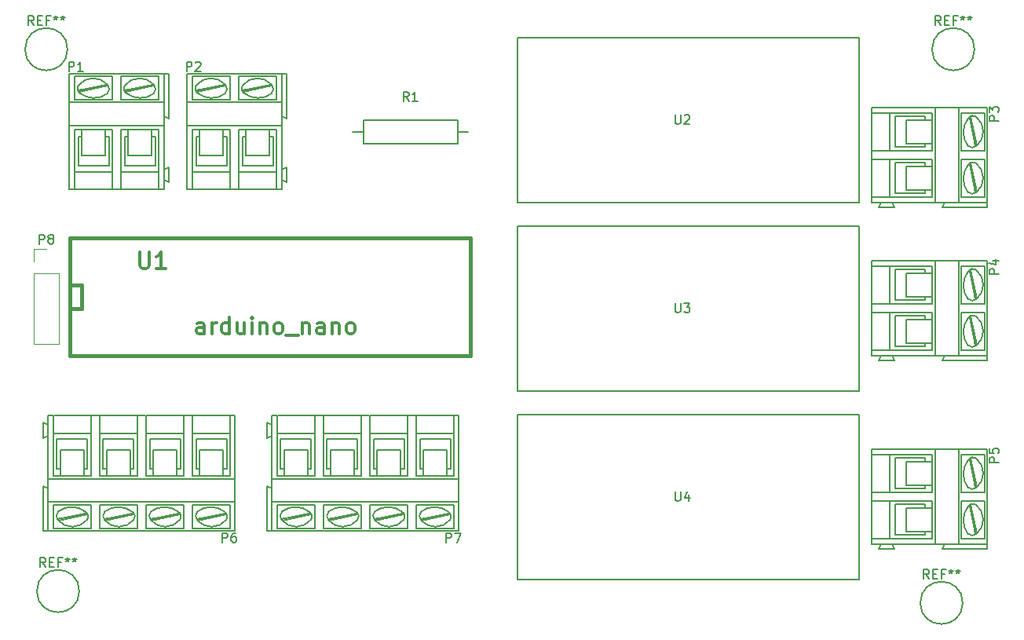
<source format=gbr>
G04 #@! TF.FileFunction,Legend,Top*
%FSLAX46Y46*%
G04 Gerber Fmt 4.6, Leading zero omitted, Abs format (unit mm)*
G04 Created by KiCad (PCBNEW 4.0.7) date 01/04/18 12:39:04*
%MOMM*%
%LPD*%
G01*
G04 APERTURE LIST*
%ADD10C,0.100000*%
%ADD11C,0.150000*%
%ADD12C,0.381000*%
%ADD13C,0.120000*%
%ADD14C,0.304800*%
G04 APERTURE END LIST*
D10*
D11*
X72390000Y-60960000D02*
X109220000Y-60960000D01*
X109220000Y-60960000D02*
X109220000Y-78740000D01*
X109220000Y-78740000D02*
X72390000Y-78740000D01*
X72390000Y-78740000D02*
X72390000Y-60960000D01*
X25410400Y-73660000D02*
X27950400Y-73660000D01*
X27950400Y-73660000D02*
X27950400Y-70866000D01*
X25410400Y-70866000D02*
X27950400Y-70866000D01*
X25410400Y-73660000D02*
X25410400Y-70866000D01*
X30414200Y-73660000D02*
X32954200Y-73660000D01*
X32954200Y-73660000D02*
X32954200Y-70866000D01*
X30414200Y-70866000D02*
X32954200Y-70866000D01*
X30414200Y-73660000D02*
X30414200Y-70866000D01*
X34275000Y-64897000D02*
X34275000Y-67945000D01*
X34275000Y-64897000D02*
X24090000Y-64897000D01*
X34275000Y-64897000D02*
X34783000Y-64897000D01*
X34783000Y-64897000D02*
X34783000Y-69723000D01*
X34783000Y-69723000D02*
X34275000Y-69469000D01*
X34783000Y-76581000D02*
X34275000Y-76327000D01*
X34275000Y-76327000D02*
X34275000Y-77343000D01*
X34783000Y-74930000D02*
X34275000Y-75184000D01*
X34275000Y-75184000D02*
X34275000Y-76327000D01*
X34783000Y-74930000D02*
X34783000Y-76581000D01*
X29652200Y-77343000D02*
X29652200Y-75438000D01*
X33716200Y-70866000D02*
X33716200Y-75438000D01*
X29652200Y-77343000D02*
X33716200Y-77343000D01*
X33716200Y-77343000D02*
X34275000Y-77343000D01*
X28712400Y-77343000D02*
X28712400Y-75438000D01*
X28712400Y-77343000D02*
X29652200Y-77343000D01*
X24648400Y-70866000D02*
X24648400Y-75438000D01*
X24090000Y-77343000D02*
X24648400Y-77343000D01*
X24648400Y-77343000D02*
X28712400Y-77343000D01*
X29652200Y-75438000D02*
X33716200Y-75438000D01*
X29652200Y-75438000D02*
X29652200Y-70866000D01*
X33716200Y-75438000D02*
X33716200Y-77343000D01*
X28712400Y-75438000D02*
X24648400Y-75438000D01*
X28712400Y-75438000D02*
X28712400Y-70866000D01*
X24648400Y-75438000D02*
X24648400Y-77343000D01*
X33335200Y-74803000D02*
X33335200Y-71628000D01*
X33335200Y-74803000D02*
X30033200Y-74803000D01*
X30033200Y-74803000D02*
X30033200Y-71628000D01*
X28331400Y-74803000D02*
X28331400Y-71628000D01*
X28331400Y-74803000D02*
X25029400Y-74803000D01*
X25029400Y-74803000D02*
X25029400Y-71628000D01*
X25029400Y-71628000D02*
X25410400Y-71628000D01*
X28331400Y-71628000D02*
X27950400Y-71628000D01*
X30033200Y-71628000D02*
X30414200Y-71628000D01*
X33335200Y-71628000D02*
X32954200Y-71628000D01*
X24090000Y-77343000D02*
X24090000Y-70485000D01*
X24090000Y-70485000D02*
X24090000Y-67945000D01*
X34275000Y-69469000D02*
X34275000Y-70485000D01*
X34275000Y-70485000D02*
X34275000Y-75184000D01*
X24090000Y-67945000D02*
X34275000Y-67945000D01*
X24090000Y-67945000D02*
X24090000Y-64897000D01*
X34275000Y-67945000D02*
X34275000Y-69469000D01*
X29652200Y-67691000D02*
X29652200Y-65151000D01*
X29652200Y-65151000D02*
X33716200Y-65151000D01*
X33716200Y-65151000D02*
X33716200Y-67691000D01*
X33716200Y-67691000D02*
X29652200Y-67691000D01*
X28712400Y-67691000D02*
X28712400Y-65151000D01*
X28712400Y-67691000D02*
X24648400Y-67691000D01*
X24648400Y-67691000D02*
X24648400Y-65151000D01*
X28712400Y-65151000D02*
X24648400Y-65151000D01*
X30058600Y-66675000D02*
X33106600Y-66040000D01*
X30185600Y-66802000D02*
X33233600Y-66167000D01*
X25054800Y-66675000D02*
X28105340Y-66040000D01*
X25181800Y-66802000D02*
X28229800Y-66167000D01*
X24648400Y-70866000D02*
X25029400Y-70866000D01*
X28712400Y-70866000D02*
X28331400Y-70866000D01*
X28331400Y-70866000D02*
X25029400Y-70866000D01*
X24090000Y-70485000D02*
X25029400Y-70485000D01*
X25029400Y-70485000D02*
X28331400Y-70485000D01*
X28331400Y-70485000D02*
X30033200Y-70485000D01*
X34275000Y-70485000D02*
X33335200Y-70485000D01*
X33335200Y-70485000D02*
X30033200Y-70485000D01*
X33716200Y-70866000D02*
X33335200Y-70866000D01*
X29652200Y-70866000D02*
X30033200Y-70866000D01*
X30033200Y-70866000D02*
X33335200Y-70866000D01*
X33152972Y-67034570D02*
G75*
G03X33205660Y-66067940I-452772J509430D01*
G01*
X30210272Y-66954896D02*
G75*
G03X33198040Y-67002660I1524728J1905496D01*
G01*
X33209411Y-66063156D02*
G75*
G03X30058600Y-66116200I-1553151J-1348444D01*
G01*
X30109903Y-66066519D02*
G75*
G03X30251640Y-66992500I431297J-407821D01*
G01*
X28149149Y-67037110D02*
G75*
G03X28204400Y-66067940I-452749J511970D01*
G01*
X25209012Y-66954896D02*
G75*
G03X28196780Y-67002660I1524728J1905496D01*
G01*
X28211573Y-66058153D02*
G75*
G03X25054800Y-66116200I-1554033J-1353447D01*
G01*
X25105480Y-66068981D02*
G75*
G03X25250380Y-66992500I431920J-405359D01*
G01*
X38110400Y-73660000D02*
X40650400Y-73660000D01*
X40650400Y-73660000D02*
X40650400Y-70866000D01*
X38110400Y-70866000D02*
X40650400Y-70866000D01*
X38110400Y-73660000D02*
X38110400Y-70866000D01*
X43114200Y-73660000D02*
X45654200Y-73660000D01*
X45654200Y-73660000D02*
X45654200Y-70866000D01*
X43114200Y-70866000D02*
X45654200Y-70866000D01*
X43114200Y-73660000D02*
X43114200Y-70866000D01*
X46975000Y-64897000D02*
X46975000Y-67945000D01*
X46975000Y-64897000D02*
X36790000Y-64897000D01*
X46975000Y-64897000D02*
X47483000Y-64897000D01*
X47483000Y-64897000D02*
X47483000Y-69723000D01*
X47483000Y-69723000D02*
X46975000Y-69469000D01*
X47483000Y-76581000D02*
X46975000Y-76327000D01*
X46975000Y-76327000D02*
X46975000Y-77343000D01*
X47483000Y-74930000D02*
X46975000Y-75184000D01*
X46975000Y-75184000D02*
X46975000Y-76327000D01*
X47483000Y-74930000D02*
X47483000Y-76581000D01*
X42352200Y-77343000D02*
X42352200Y-75438000D01*
X46416200Y-70866000D02*
X46416200Y-75438000D01*
X42352200Y-77343000D02*
X46416200Y-77343000D01*
X46416200Y-77343000D02*
X46975000Y-77343000D01*
X41412400Y-77343000D02*
X41412400Y-75438000D01*
X41412400Y-77343000D02*
X42352200Y-77343000D01*
X37348400Y-70866000D02*
X37348400Y-75438000D01*
X36790000Y-77343000D02*
X37348400Y-77343000D01*
X37348400Y-77343000D02*
X41412400Y-77343000D01*
X42352200Y-75438000D02*
X46416200Y-75438000D01*
X42352200Y-75438000D02*
X42352200Y-70866000D01*
X46416200Y-75438000D02*
X46416200Y-77343000D01*
X41412400Y-75438000D02*
X37348400Y-75438000D01*
X41412400Y-75438000D02*
X41412400Y-70866000D01*
X37348400Y-75438000D02*
X37348400Y-77343000D01*
X46035200Y-74803000D02*
X46035200Y-71628000D01*
X46035200Y-74803000D02*
X42733200Y-74803000D01*
X42733200Y-74803000D02*
X42733200Y-71628000D01*
X41031400Y-74803000D02*
X41031400Y-71628000D01*
X41031400Y-74803000D02*
X37729400Y-74803000D01*
X37729400Y-74803000D02*
X37729400Y-71628000D01*
X37729400Y-71628000D02*
X38110400Y-71628000D01*
X41031400Y-71628000D02*
X40650400Y-71628000D01*
X42733200Y-71628000D02*
X43114200Y-71628000D01*
X46035200Y-71628000D02*
X45654200Y-71628000D01*
X36790000Y-77343000D02*
X36790000Y-70485000D01*
X36790000Y-70485000D02*
X36790000Y-67945000D01*
X46975000Y-69469000D02*
X46975000Y-70485000D01*
X46975000Y-70485000D02*
X46975000Y-75184000D01*
X36790000Y-67945000D02*
X46975000Y-67945000D01*
X36790000Y-67945000D02*
X36790000Y-64897000D01*
X46975000Y-67945000D02*
X46975000Y-69469000D01*
X42352200Y-67691000D02*
X42352200Y-65151000D01*
X42352200Y-65151000D02*
X46416200Y-65151000D01*
X46416200Y-65151000D02*
X46416200Y-67691000D01*
X46416200Y-67691000D02*
X42352200Y-67691000D01*
X41412400Y-67691000D02*
X41412400Y-65151000D01*
X41412400Y-67691000D02*
X37348400Y-67691000D01*
X37348400Y-67691000D02*
X37348400Y-65151000D01*
X41412400Y-65151000D02*
X37348400Y-65151000D01*
X42758600Y-66675000D02*
X45806600Y-66040000D01*
X42885600Y-66802000D02*
X45933600Y-66167000D01*
X37754800Y-66675000D02*
X40805340Y-66040000D01*
X37881800Y-66802000D02*
X40929800Y-66167000D01*
X37348400Y-70866000D02*
X37729400Y-70866000D01*
X41412400Y-70866000D02*
X41031400Y-70866000D01*
X41031400Y-70866000D02*
X37729400Y-70866000D01*
X36790000Y-70485000D02*
X37729400Y-70485000D01*
X37729400Y-70485000D02*
X41031400Y-70485000D01*
X41031400Y-70485000D02*
X42733200Y-70485000D01*
X46975000Y-70485000D02*
X46035200Y-70485000D01*
X46035200Y-70485000D02*
X42733200Y-70485000D01*
X46416200Y-70866000D02*
X46035200Y-70866000D01*
X42352200Y-70866000D02*
X42733200Y-70866000D01*
X42733200Y-70866000D02*
X46035200Y-70866000D01*
X45852972Y-67034570D02*
G75*
G03X45905660Y-66067940I-452772J509430D01*
G01*
X42910272Y-66954896D02*
G75*
G03X45898040Y-67002660I1524728J1905496D01*
G01*
X45909411Y-66063156D02*
G75*
G03X42758600Y-66116200I-1553151J-1348444D01*
G01*
X42809903Y-66066519D02*
G75*
G03X42951640Y-66992500I431297J-407821D01*
G01*
X40849149Y-67037110D02*
G75*
G03X40904400Y-66067940I-452749J511970D01*
G01*
X37909012Y-66954896D02*
G75*
G03X40896780Y-67002660I1524728J1905496D01*
G01*
X40911573Y-66058153D02*
G75*
G03X37754800Y-66116200I-1554033J-1353447D01*
G01*
X37805480Y-66068981D02*
G75*
G03X37950380Y-66992500I431920J-405359D01*
G01*
X114300000Y-69860400D02*
X114300000Y-72400400D01*
X114300000Y-72400400D02*
X117094000Y-72400400D01*
X117094000Y-69860400D02*
X117094000Y-72400400D01*
X114300000Y-69860400D02*
X117094000Y-69860400D01*
X114300000Y-74864200D02*
X114300000Y-77404200D01*
X114300000Y-77404200D02*
X117094000Y-77404200D01*
X117094000Y-74864200D02*
X117094000Y-77404200D01*
X114300000Y-74864200D02*
X117094000Y-74864200D01*
X123063000Y-78725000D02*
X120015000Y-78725000D01*
X123063000Y-78725000D02*
X123063000Y-68540000D01*
X123063000Y-78725000D02*
X123063000Y-79233000D01*
X123063000Y-79233000D02*
X118237000Y-79233000D01*
X118237000Y-79233000D02*
X118491000Y-78725000D01*
X111379000Y-79233000D02*
X111633000Y-78725000D01*
X111633000Y-78725000D02*
X110617000Y-78725000D01*
X113030000Y-79233000D02*
X112776000Y-78725000D01*
X112776000Y-78725000D02*
X111633000Y-78725000D01*
X113030000Y-79233000D02*
X111379000Y-79233000D01*
X110617000Y-74102200D02*
X112522000Y-74102200D01*
X117094000Y-78166200D02*
X112522000Y-78166200D01*
X110617000Y-74102200D02*
X110617000Y-78166200D01*
X110617000Y-78166200D02*
X110617000Y-78725000D01*
X110617000Y-73162400D02*
X112522000Y-73162400D01*
X110617000Y-73162400D02*
X110617000Y-74102200D01*
X117094000Y-69098400D02*
X112522000Y-69098400D01*
X110617000Y-68540000D02*
X110617000Y-69098400D01*
X110617000Y-69098400D02*
X110617000Y-73162400D01*
X112522000Y-74102200D02*
X112522000Y-78166200D01*
X112522000Y-74102200D02*
X117094000Y-74102200D01*
X112522000Y-78166200D02*
X110617000Y-78166200D01*
X112522000Y-73162400D02*
X112522000Y-69098400D01*
X112522000Y-73162400D02*
X117094000Y-73162400D01*
X112522000Y-69098400D02*
X110617000Y-69098400D01*
X113157000Y-77785200D02*
X116332000Y-77785200D01*
X113157000Y-77785200D02*
X113157000Y-74483200D01*
X113157000Y-74483200D02*
X116332000Y-74483200D01*
X113157000Y-72781400D02*
X116332000Y-72781400D01*
X113157000Y-72781400D02*
X113157000Y-69479400D01*
X113157000Y-69479400D02*
X116332000Y-69479400D01*
X116332000Y-69479400D02*
X116332000Y-69860400D01*
X116332000Y-72781400D02*
X116332000Y-72400400D01*
X116332000Y-74483200D02*
X116332000Y-74864200D01*
X116332000Y-77785200D02*
X116332000Y-77404200D01*
X110617000Y-68540000D02*
X117475000Y-68540000D01*
X117475000Y-68540000D02*
X120015000Y-68540000D01*
X118491000Y-78725000D02*
X117475000Y-78725000D01*
X117475000Y-78725000D02*
X112776000Y-78725000D01*
X120015000Y-68540000D02*
X120015000Y-78725000D01*
X120015000Y-68540000D02*
X123063000Y-68540000D01*
X120015000Y-78725000D02*
X118491000Y-78725000D01*
X120269000Y-74102200D02*
X122809000Y-74102200D01*
X122809000Y-74102200D02*
X122809000Y-78166200D01*
X122809000Y-78166200D02*
X120269000Y-78166200D01*
X120269000Y-78166200D02*
X120269000Y-74102200D01*
X120269000Y-73162400D02*
X122809000Y-73162400D01*
X120269000Y-73162400D02*
X120269000Y-69098400D01*
X120269000Y-69098400D02*
X122809000Y-69098400D01*
X122809000Y-73162400D02*
X122809000Y-69098400D01*
X121285000Y-74508600D02*
X121920000Y-77556600D01*
X121158000Y-74635600D02*
X121793000Y-77683600D01*
X121285000Y-69504800D02*
X121920000Y-72555340D01*
X121158000Y-69631800D02*
X121793000Y-72679800D01*
X117094000Y-69098400D02*
X117094000Y-69479400D01*
X117094000Y-73162400D02*
X117094000Y-72781400D01*
X117094000Y-72781400D02*
X117094000Y-69479400D01*
X117475000Y-68540000D02*
X117475000Y-69479400D01*
X117475000Y-69479400D02*
X117475000Y-72781400D01*
X117475000Y-72781400D02*
X117475000Y-74483200D01*
X117475000Y-78725000D02*
X117475000Y-77785200D01*
X117475000Y-77785200D02*
X117475000Y-74483200D01*
X117094000Y-78166200D02*
X117094000Y-77785200D01*
X117094000Y-74102200D02*
X117094000Y-74483200D01*
X117094000Y-74483200D02*
X117094000Y-77785200D01*
X120925430Y-77602972D02*
G75*
G03X121892060Y-77655660I509430J452772D01*
G01*
X121005104Y-74660272D02*
G75*
G03X120957340Y-77648040I1905496J-1524728D01*
G01*
X121896844Y-77659411D02*
G75*
G03X121843800Y-74508600I-1348444J1553151D01*
G01*
X121893481Y-74559903D02*
G75*
G03X120967500Y-74701640I-407821J-431297D01*
G01*
X120922890Y-72599149D02*
G75*
G03X121892060Y-72654400I511970J452749D01*
G01*
X121005104Y-69659012D02*
G75*
G03X120957340Y-72646780I1905496J-1524728D01*
G01*
X121901847Y-72661573D02*
G75*
G03X121843800Y-69504800I-1353447J1554033D01*
G01*
X121891019Y-69555480D02*
G75*
G03X120967500Y-69700380I-405359J-431920D01*
G01*
X114300000Y-86370400D02*
X114300000Y-88910400D01*
X114300000Y-88910400D02*
X117094000Y-88910400D01*
X117094000Y-86370400D02*
X117094000Y-88910400D01*
X114300000Y-86370400D02*
X117094000Y-86370400D01*
X114300000Y-91374200D02*
X114300000Y-93914200D01*
X114300000Y-93914200D02*
X117094000Y-93914200D01*
X117094000Y-91374200D02*
X117094000Y-93914200D01*
X114300000Y-91374200D02*
X117094000Y-91374200D01*
X123063000Y-95235000D02*
X120015000Y-95235000D01*
X123063000Y-95235000D02*
X123063000Y-85050000D01*
X123063000Y-95235000D02*
X123063000Y-95743000D01*
X123063000Y-95743000D02*
X118237000Y-95743000D01*
X118237000Y-95743000D02*
X118491000Y-95235000D01*
X111379000Y-95743000D02*
X111633000Y-95235000D01*
X111633000Y-95235000D02*
X110617000Y-95235000D01*
X113030000Y-95743000D02*
X112776000Y-95235000D01*
X112776000Y-95235000D02*
X111633000Y-95235000D01*
X113030000Y-95743000D02*
X111379000Y-95743000D01*
X110617000Y-90612200D02*
X112522000Y-90612200D01*
X117094000Y-94676200D02*
X112522000Y-94676200D01*
X110617000Y-90612200D02*
X110617000Y-94676200D01*
X110617000Y-94676200D02*
X110617000Y-95235000D01*
X110617000Y-89672400D02*
X112522000Y-89672400D01*
X110617000Y-89672400D02*
X110617000Y-90612200D01*
X117094000Y-85608400D02*
X112522000Y-85608400D01*
X110617000Y-85050000D02*
X110617000Y-85608400D01*
X110617000Y-85608400D02*
X110617000Y-89672400D01*
X112522000Y-90612200D02*
X112522000Y-94676200D01*
X112522000Y-90612200D02*
X117094000Y-90612200D01*
X112522000Y-94676200D02*
X110617000Y-94676200D01*
X112522000Y-89672400D02*
X112522000Y-85608400D01*
X112522000Y-89672400D02*
X117094000Y-89672400D01*
X112522000Y-85608400D02*
X110617000Y-85608400D01*
X113157000Y-94295200D02*
X116332000Y-94295200D01*
X113157000Y-94295200D02*
X113157000Y-90993200D01*
X113157000Y-90993200D02*
X116332000Y-90993200D01*
X113157000Y-89291400D02*
X116332000Y-89291400D01*
X113157000Y-89291400D02*
X113157000Y-85989400D01*
X113157000Y-85989400D02*
X116332000Y-85989400D01*
X116332000Y-85989400D02*
X116332000Y-86370400D01*
X116332000Y-89291400D02*
X116332000Y-88910400D01*
X116332000Y-90993200D02*
X116332000Y-91374200D01*
X116332000Y-94295200D02*
X116332000Y-93914200D01*
X110617000Y-85050000D02*
X117475000Y-85050000D01*
X117475000Y-85050000D02*
X120015000Y-85050000D01*
X118491000Y-95235000D02*
X117475000Y-95235000D01*
X117475000Y-95235000D02*
X112776000Y-95235000D01*
X120015000Y-85050000D02*
X120015000Y-95235000D01*
X120015000Y-85050000D02*
X123063000Y-85050000D01*
X120015000Y-95235000D02*
X118491000Y-95235000D01*
X120269000Y-90612200D02*
X122809000Y-90612200D01*
X122809000Y-90612200D02*
X122809000Y-94676200D01*
X122809000Y-94676200D02*
X120269000Y-94676200D01*
X120269000Y-94676200D02*
X120269000Y-90612200D01*
X120269000Y-89672400D02*
X122809000Y-89672400D01*
X120269000Y-89672400D02*
X120269000Y-85608400D01*
X120269000Y-85608400D02*
X122809000Y-85608400D01*
X122809000Y-89672400D02*
X122809000Y-85608400D01*
X121285000Y-91018600D02*
X121920000Y-94066600D01*
X121158000Y-91145600D02*
X121793000Y-94193600D01*
X121285000Y-86014800D02*
X121920000Y-89065340D01*
X121158000Y-86141800D02*
X121793000Y-89189800D01*
X117094000Y-85608400D02*
X117094000Y-85989400D01*
X117094000Y-89672400D02*
X117094000Y-89291400D01*
X117094000Y-89291400D02*
X117094000Y-85989400D01*
X117475000Y-85050000D02*
X117475000Y-85989400D01*
X117475000Y-85989400D02*
X117475000Y-89291400D01*
X117475000Y-89291400D02*
X117475000Y-90993200D01*
X117475000Y-95235000D02*
X117475000Y-94295200D01*
X117475000Y-94295200D02*
X117475000Y-90993200D01*
X117094000Y-94676200D02*
X117094000Y-94295200D01*
X117094000Y-90612200D02*
X117094000Y-90993200D01*
X117094000Y-90993200D02*
X117094000Y-94295200D01*
X120925430Y-94112972D02*
G75*
G03X121892060Y-94165660I509430J452772D01*
G01*
X121005104Y-91170272D02*
G75*
G03X120957340Y-94158040I1905496J-1524728D01*
G01*
X121896844Y-94169411D02*
G75*
G03X121843800Y-91018600I-1348444J1553151D01*
G01*
X121893481Y-91069903D02*
G75*
G03X120967500Y-91211640I-407821J-431297D01*
G01*
X120922890Y-89109149D02*
G75*
G03X121892060Y-89164400I511970J452749D01*
G01*
X121005104Y-86169012D02*
G75*
G03X120957340Y-89156780I1905496J-1524728D01*
G01*
X121901847Y-89171573D02*
G75*
G03X121843800Y-86014800I-1353447J1554033D01*
G01*
X121891019Y-86065480D02*
G75*
G03X120967500Y-86210380I-405359J-431920D01*
G01*
X114300000Y-106690400D02*
X114300000Y-109230400D01*
X114300000Y-109230400D02*
X117094000Y-109230400D01*
X117094000Y-106690400D02*
X117094000Y-109230400D01*
X114300000Y-106690400D02*
X117094000Y-106690400D01*
X114300000Y-111694200D02*
X114300000Y-114234200D01*
X114300000Y-114234200D02*
X117094000Y-114234200D01*
X117094000Y-111694200D02*
X117094000Y-114234200D01*
X114300000Y-111694200D02*
X117094000Y-111694200D01*
X123063000Y-115555000D02*
X120015000Y-115555000D01*
X123063000Y-115555000D02*
X123063000Y-105370000D01*
X123063000Y-115555000D02*
X123063000Y-116063000D01*
X123063000Y-116063000D02*
X118237000Y-116063000D01*
X118237000Y-116063000D02*
X118491000Y-115555000D01*
X111379000Y-116063000D02*
X111633000Y-115555000D01*
X111633000Y-115555000D02*
X110617000Y-115555000D01*
X113030000Y-116063000D02*
X112776000Y-115555000D01*
X112776000Y-115555000D02*
X111633000Y-115555000D01*
X113030000Y-116063000D02*
X111379000Y-116063000D01*
X110617000Y-110932200D02*
X112522000Y-110932200D01*
X117094000Y-114996200D02*
X112522000Y-114996200D01*
X110617000Y-110932200D02*
X110617000Y-114996200D01*
X110617000Y-114996200D02*
X110617000Y-115555000D01*
X110617000Y-109992400D02*
X112522000Y-109992400D01*
X110617000Y-109992400D02*
X110617000Y-110932200D01*
X117094000Y-105928400D02*
X112522000Y-105928400D01*
X110617000Y-105370000D02*
X110617000Y-105928400D01*
X110617000Y-105928400D02*
X110617000Y-109992400D01*
X112522000Y-110932200D02*
X112522000Y-114996200D01*
X112522000Y-110932200D02*
X117094000Y-110932200D01*
X112522000Y-114996200D02*
X110617000Y-114996200D01*
X112522000Y-109992400D02*
X112522000Y-105928400D01*
X112522000Y-109992400D02*
X117094000Y-109992400D01*
X112522000Y-105928400D02*
X110617000Y-105928400D01*
X113157000Y-114615200D02*
X116332000Y-114615200D01*
X113157000Y-114615200D02*
X113157000Y-111313200D01*
X113157000Y-111313200D02*
X116332000Y-111313200D01*
X113157000Y-109611400D02*
X116332000Y-109611400D01*
X113157000Y-109611400D02*
X113157000Y-106309400D01*
X113157000Y-106309400D02*
X116332000Y-106309400D01*
X116332000Y-106309400D02*
X116332000Y-106690400D01*
X116332000Y-109611400D02*
X116332000Y-109230400D01*
X116332000Y-111313200D02*
X116332000Y-111694200D01*
X116332000Y-114615200D02*
X116332000Y-114234200D01*
X110617000Y-105370000D02*
X117475000Y-105370000D01*
X117475000Y-105370000D02*
X120015000Y-105370000D01*
X118491000Y-115555000D02*
X117475000Y-115555000D01*
X117475000Y-115555000D02*
X112776000Y-115555000D01*
X120015000Y-105370000D02*
X120015000Y-115555000D01*
X120015000Y-105370000D02*
X123063000Y-105370000D01*
X120015000Y-115555000D02*
X118491000Y-115555000D01*
X120269000Y-110932200D02*
X122809000Y-110932200D01*
X122809000Y-110932200D02*
X122809000Y-114996200D01*
X122809000Y-114996200D02*
X120269000Y-114996200D01*
X120269000Y-114996200D02*
X120269000Y-110932200D01*
X120269000Y-109992400D02*
X122809000Y-109992400D01*
X120269000Y-109992400D02*
X120269000Y-105928400D01*
X120269000Y-105928400D02*
X122809000Y-105928400D01*
X122809000Y-109992400D02*
X122809000Y-105928400D01*
X121285000Y-111338600D02*
X121920000Y-114386600D01*
X121158000Y-111465600D02*
X121793000Y-114513600D01*
X121285000Y-106334800D02*
X121920000Y-109385340D01*
X121158000Y-106461800D02*
X121793000Y-109509800D01*
X117094000Y-105928400D02*
X117094000Y-106309400D01*
X117094000Y-109992400D02*
X117094000Y-109611400D01*
X117094000Y-109611400D02*
X117094000Y-106309400D01*
X117475000Y-105370000D02*
X117475000Y-106309400D01*
X117475000Y-106309400D02*
X117475000Y-109611400D01*
X117475000Y-109611400D02*
X117475000Y-111313200D01*
X117475000Y-115555000D02*
X117475000Y-114615200D01*
X117475000Y-114615200D02*
X117475000Y-111313200D01*
X117094000Y-114996200D02*
X117094000Y-114615200D01*
X117094000Y-110932200D02*
X117094000Y-111313200D01*
X117094000Y-111313200D02*
X117094000Y-114615200D01*
X120925430Y-114432972D02*
G75*
G03X121892060Y-114485660I509430J452772D01*
G01*
X121005104Y-111490272D02*
G75*
G03X120957340Y-114478040I1905496J-1524728D01*
G01*
X121896844Y-114489411D02*
G75*
G03X121843800Y-111338600I-1348444J1553151D01*
G01*
X121893481Y-111389903D02*
G75*
G03X120967500Y-111531640I-407821J-431297D01*
G01*
X120922890Y-109429149D02*
G75*
G03X121892060Y-109484400I511970J452749D01*
G01*
X121005104Y-106489012D02*
G75*
G03X120957340Y-109476780I1905496J-1524728D01*
G01*
X121901847Y-109491573D02*
G75*
G03X121843800Y-106334800I-1353447J1554033D01*
G01*
X121891019Y-106385480D02*
G75*
G03X120967500Y-106530380I-405359J-431920D01*
G01*
X30620000Y-108204000D02*
X30620000Y-105410000D01*
X30620000Y-105410000D02*
X28080000Y-105410000D01*
X28080000Y-105410000D02*
X28080000Y-108204000D01*
X31432800Y-111379000D02*
X31432800Y-113919000D01*
X31432800Y-113919000D02*
X27368800Y-113919000D01*
X27368800Y-113919000D02*
X27368800Y-111379000D01*
X27368800Y-111379000D02*
X31432800Y-111379000D01*
X31026400Y-112395000D02*
X27978400Y-113030000D01*
X30899400Y-112268000D02*
X27851400Y-112903000D01*
X27932028Y-112035430D02*
G75*
G03X27879340Y-113002060I452772J-509430D01*
G01*
X30874728Y-112115104D02*
G75*
G03X27886960Y-112067340I-1524728J-1905496D01*
G01*
X27875589Y-113006844D02*
G75*
G03X31026400Y-112953800I1553151J1348444D01*
G01*
X30975097Y-113003481D02*
G75*
G03X30833360Y-112077500I-431297J407821D01*
G01*
X31382000Y-103632000D02*
X27318000Y-103632000D01*
X27318000Y-101727000D02*
X27318000Y-108204000D01*
X31001000Y-107442000D02*
X30620000Y-107442000D01*
X31001000Y-107442000D02*
X31001000Y-104267000D01*
X31001000Y-104267000D02*
X27699000Y-104267000D01*
X27699000Y-104267000D02*
X27699000Y-107442000D01*
X27699000Y-107442000D02*
X28080000Y-107442000D01*
X26860000Y-108585000D02*
X21780000Y-108585000D01*
X31382000Y-101727000D02*
X31382000Y-108204000D01*
X31382000Y-108204000D02*
X27318000Y-108204000D01*
X22415000Y-101727000D02*
X26352000Y-101727000D01*
X26202000Y-101727000D02*
X32298000Y-101727000D01*
X21780000Y-110998000D02*
X41950000Y-110998000D01*
X21630000Y-114173000D02*
X41950000Y-114173000D01*
X26710000Y-108585000D02*
X41886500Y-108585000D01*
X26415500Y-103949500D02*
X26415500Y-108204000D01*
X25945097Y-113003481D02*
G75*
G03X25803360Y-112077500I-431297J407821D01*
G01*
X22845589Y-113006844D02*
G75*
G03X25996400Y-112953800I1553151J1348444D01*
G01*
X25844728Y-112115104D02*
G75*
G03X22856960Y-112067340I-1524728J-1905496D01*
G01*
X22902028Y-112035430D02*
G75*
G03X22849340Y-113002060I452772J-509430D01*
G01*
X26021800Y-108204000D02*
X22719800Y-108204000D01*
X26402800Y-108204000D02*
X26021800Y-108204000D01*
X22338800Y-108204000D02*
X22719800Y-108204000D01*
X25869400Y-112268000D02*
X22821400Y-112903000D01*
X25996400Y-112395000D02*
X22948400Y-113030000D01*
X22338800Y-111379000D02*
X26402800Y-111379000D01*
X22338800Y-113919000D02*
X22338800Y-111379000D01*
X26402800Y-113919000D02*
X22338800Y-113919000D01*
X26402800Y-111379000D02*
X26402800Y-113919000D01*
X21780000Y-111125000D02*
X21780000Y-109601000D01*
X21780000Y-108585000D02*
X21780000Y-103886000D01*
X21780000Y-109601000D02*
X21780000Y-108585000D01*
X22719800Y-107442000D02*
X23100800Y-107442000D01*
X26021800Y-107442000D02*
X25640800Y-107442000D01*
X26021800Y-104267000D02*
X26021800Y-107442000D01*
X22719800Y-104267000D02*
X26021800Y-104267000D01*
X22719800Y-104267000D02*
X22719800Y-107442000D01*
X22338800Y-103632000D02*
X22338800Y-101727000D01*
X26402800Y-103632000D02*
X22338800Y-103632000D01*
X22338800Y-101727000D02*
X21780000Y-101727000D01*
X22338800Y-108204000D02*
X22338800Y-103632000D01*
X26402800Y-101727000D02*
X26402800Y-103632000D01*
X21272000Y-104140000D02*
X21272000Y-102489000D01*
X21780000Y-103886000D02*
X21780000Y-102743000D01*
X21272000Y-104140000D02*
X21780000Y-103886000D01*
X21780000Y-102743000D02*
X21780000Y-101727000D01*
X21272000Y-102489000D02*
X21780000Y-102743000D01*
X21272000Y-109347000D02*
X21780000Y-109601000D01*
X21272000Y-114173000D02*
X21272000Y-109347000D01*
X21780000Y-114173000D02*
X21272000Y-114173000D01*
X21780000Y-114173000D02*
X21780000Y-111125000D01*
X25640800Y-105410000D02*
X25640800Y-108204000D01*
X25640800Y-108204000D02*
X23100800Y-108204000D01*
X23100800Y-105410000D02*
X23100800Y-108204000D01*
X25640800Y-105410000D02*
X23100800Y-105410000D01*
X40654600Y-105410000D02*
X38114600Y-105410000D01*
X38114600Y-105410000D02*
X38114600Y-108204000D01*
X40654600Y-108204000D02*
X38114600Y-108204000D01*
X40654600Y-105410000D02*
X40654600Y-108204000D01*
X35650800Y-105410000D02*
X33110800Y-105410000D01*
X33110800Y-105410000D02*
X33110800Y-108204000D01*
X35650800Y-108204000D02*
X33110800Y-108204000D01*
X35650800Y-105410000D02*
X35650800Y-108204000D01*
X26415500Y-102743000D02*
X26415500Y-101727000D01*
X26415500Y-103886000D02*
X26415500Y-102743000D01*
X36412800Y-101727000D02*
X36412800Y-103632000D01*
X32348800Y-108204000D02*
X32348800Y-103632000D01*
X36412800Y-101727000D02*
X32348800Y-101727000D01*
X37352600Y-101727000D02*
X37352600Y-103632000D01*
X37352600Y-101727000D02*
X36412800Y-101727000D01*
X41416600Y-108204000D02*
X41416600Y-103632000D01*
X41950000Y-101727000D02*
X41416600Y-101727000D01*
X41416600Y-101727000D02*
X37352600Y-101727000D01*
X36412800Y-103632000D02*
X32348800Y-103632000D01*
X36412800Y-103632000D02*
X36412800Y-108204000D01*
X32348800Y-103632000D02*
X32348800Y-101727000D01*
X37352600Y-103632000D02*
X41416600Y-103632000D01*
X37352600Y-103632000D02*
X37352600Y-108204000D01*
X41416600Y-103632000D02*
X41416600Y-101727000D01*
X32729800Y-104267000D02*
X32729800Y-107442000D01*
X32729800Y-104267000D02*
X36031800Y-104267000D01*
X36031800Y-104267000D02*
X36031800Y-107442000D01*
X37733600Y-104267000D02*
X37733600Y-107442000D01*
X37733600Y-104267000D02*
X41035600Y-104267000D01*
X41035600Y-104267000D02*
X41035600Y-107442000D01*
X41035600Y-107442000D02*
X40654600Y-107442000D01*
X37733600Y-107442000D02*
X38114600Y-107442000D01*
X36031800Y-107442000D02*
X35650800Y-107442000D01*
X32729800Y-107442000D02*
X33110800Y-107442000D01*
X41950000Y-101727000D02*
X41950000Y-108585000D01*
X41950000Y-108585000D02*
X41950000Y-111125000D01*
X41950000Y-111125000D02*
X41950000Y-114173000D01*
X36412800Y-111379000D02*
X36412800Y-113919000D01*
X36412800Y-113919000D02*
X32348800Y-113919000D01*
X32348800Y-113919000D02*
X32348800Y-111379000D01*
X32348800Y-111379000D02*
X36412800Y-111379000D01*
X37352600Y-111379000D02*
X37352600Y-113919000D01*
X37352600Y-111379000D02*
X41416600Y-111379000D01*
X41416600Y-111379000D02*
X41416600Y-113919000D01*
X37352600Y-113919000D02*
X41416600Y-113919000D01*
X36006400Y-112395000D02*
X32958400Y-113030000D01*
X35879400Y-112268000D02*
X32831400Y-112903000D01*
X41010200Y-112395000D02*
X37959660Y-113030000D01*
X40883200Y-112268000D02*
X37835200Y-112903000D01*
X41416600Y-108204000D02*
X41035600Y-108204000D01*
X37352600Y-108204000D02*
X37733600Y-108204000D01*
X37733600Y-108204000D02*
X41035600Y-108204000D01*
X32348800Y-108204000D02*
X32729800Y-108204000D01*
X36412800Y-108204000D02*
X36031800Y-108204000D01*
X36031800Y-108204000D02*
X32729800Y-108204000D01*
X32912028Y-112035430D02*
G75*
G03X32859340Y-113002060I452772J-509430D01*
G01*
X35854728Y-112115104D02*
G75*
G03X32866960Y-112067340I-1524728J-1905496D01*
G01*
X32855589Y-113006844D02*
G75*
G03X36006400Y-112953800I1553151J1348444D01*
G01*
X35955097Y-113003481D02*
G75*
G03X35813360Y-112077500I-431297J407821D01*
G01*
X37915851Y-112032890D02*
G75*
G03X37860600Y-113002060I452749J-511970D01*
G01*
X40855988Y-112115104D02*
G75*
G03X37868220Y-112067340I-1524728J-1905496D01*
G01*
X37853427Y-113011847D02*
G75*
G03X41010200Y-112953800I1554033J1353447D01*
G01*
X40959520Y-113001019D02*
G75*
G03X40814620Y-112077500I-431920J405359D01*
G01*
X54750000Y-108204000D02*
X54750000Y-105410000D01*
X54750000Y-105410000D02*
X52210000Y-105410000D01*
X52210000Y-105410000D02*
X52210000Y-108204000D01*
X55562800Y-111379000D02*
X55562800Y-113919000D01*
X55562800Y-113919000D02*
X51498800Y-113919000D01*
X51498800Y-113919000D02*
X51498800Y-111379000D01*
X51498800Y-111379000D02*
X55562800Y-111379000D01*
X55156400Y-112395000D02*
X52108400Y-113030000D01*
X55029400Y-112268000D02*
X51981400Y-112903000D01*
X52062028Y-112035430D02*
G75*
G03X52009340Y-113002060I452772J-509430D01*
G01*
X55004728Y-112115104D02*
G75*
G03X52016960Y-112067340I-1524728J-1905496D01*
G01*
X52005589Y-113006844D02*
G75*
G03X55156400Y-112953800I1553151J1348444D01*
G01*
X55105097Y-113003481D02*
G75*
G03X54963360Y-112077500I-431297J407821D01*
G01*
X55512000Y-103632000D02*
X51448000Y-103632000D01*
X51448000Y-101727000D02*
X51448000Y-108204000D01*
X55131000Y-107442000D02*
X54750000Y-107442000D01*
X55131000Y-107442000D02*
X55131000Y-104267000D01*
X55131000Y-104267000D02*
X51829000Y-104267000D01*
X51829000Y-104267000D02*
X51829000Y-107442000D01*
X51829000Y-107442000D02*
X52210000Y-107442000D01*
X50990000Y-108585000D02*
X45910000Y-108585000D01*
X55512000Y-101727000D02*
X55512000Y-108204000D01*
X55512000Y-108204000D02*
X51448000Y-108204000D01*
X46545000Y-101727000D02*
X50482000Y-101727000D01*
X50332000Y-101727000D02*
X56428000Y-101727000D01*
X45910000Y-110998000D02*
X66080000Y-110998000D01*
X45760000Y-114173000D02*
X66080000Y-114173000D01*
X50840000Y-108585000D02*
X66016500Y-108585000D01*
X50545500Y-103949500D02*
X50545500Y-108204000D01*
X50075097Y-113003481D02*
G75*
G03X49933360Y-112077500I-431297J407821D01*
G01*
X46975589Y-113006844D02*
G75*
G03X50126400Y-112953800I1553151J1348444D01*
G01*
X49974728Y-112115104D02*
G75*
G03X46986960Y-112067340I-1524728J-1905496D01*
G01*
X47032028Y-112035430D02*
G75*
G03X46979340Y-113002060I452772J-509430D01*
G01*
X50151800Y-108204000D02*
X46849800Y-108204000D01*
X50532800Y-108204000D02*
X50151800Y-108204000D01*
X46468800Y-108204000D02*
X46849800Y-108204000D01*
X49999400Y-112268000D02*
X46951400Y-112903000D01*
X50126400Y-112395000D02*
X47078400Y-113030000D01*
X46468800Y-111379000D02*
X50532800Y-111379000D01*
X46468800Y-113919000D02*
X46468800Y-111379000D01*
X50532800Y-113919000D02*
X46468800Y-113919000D01*
X50532800Y-111379000D02*
X50532800Y-113919000D01*
X45910000Y-111125000D02*
X45910000Y-109601000D01*
X45910000Y-108585000D02*
X45910000Y-103886000D01*
X45910000Y-109601000D02*
X45910000Y-108585000D01*
X46849800Y-107442000D02*
X47230800Y-107442000D01*
X50151800Y-107442000D02*
X49770800Y-107442000D01*
X50151800Y-104267000D02*
X50151800Y-107442000D01*
X46849800Y-104267000D02*
X50151800Y-104267000D01*
X46849800Y-104267000D02*
X46849800Y-107442000D01*
X46468800Y-103632000D02*
X46468800Y-101727000D01*
X50532800Y-103632000D02*
X46468800Y-103632000D01*
X46468800Y-101727000D02*
X45910000Y-101727000D01*
X46468800Y-108204000D02*
X46468800Y-103632000D01*
X50532800Y-101727000D02*
X50532800Y-103632000D01*
X45402000Y-104140000D02*
X45402000Y-102489000D01*
X45910000Y-103886000D02*
X45910000Y-102743000D01*
X45402000Y-104140000D02*
X45910000Y-103886000D01*
X45910000Y-102743000D02*
X45910000Y-101727000D01*
X45402000Y-102489000D02*
X45910000Y-102743000D01*
X45402000Y-109347000D02*
X45910000Y-109601000D01*
X45402000Y-114173000D02*
X45402000Y-109347000D01*
X45910000Y-114173000D02*
X45402000Y-114173000D01*
X45910000Y-114173000D02*
X45910000Y-111125000D01*
X49770800Y-105410000D02*
X49770800Y-108204000D01*
X49770800Y-108204000D02*
X47230800Y-108204000D01*
X47230800Y-105410000D02*
X47230800Y-108204000D01*
X49770800Y-105410000D02*
X47230800Y-105410000D01*
X64784600Y-105410000D02*
X62244600Y-105410000D01*
X62244600Y-105410000D02*
X62244600Y-108204000D01*
X64784600Y-108204000D02*
X62244600Y-108204000D01*
X64784600Y-105410000D02*
X64784600Y-108204000D01*
X59780800Y-105410000D02*
X57240800Y-105410000D01*
X57240800Y-105410000D02*
X57240800Y-108204000D01*
X59780800Y-108204000D02*
X57240800Y-108204000D01*
X59780800Y-105410000D02*
X59780800Y-108204000D01*
X50545500Y-102743000D02*
X50545500Y-101727000D01*
X50545500Y-103886000D02*
X50545500Y-102743000D01*
X60542800Y-101727000D02*
X60542800Y-103632000D01*
X56478800Y-108204000D02*
X56478800Y-103632000D01*
X60542800Y-101727000D02*
X56478800Y-101727000D01*
X61482600Y-101727000D02*
X61482600Y-103632000D01*
X61482600Y-101727000D02*
X60542800Y-101727000D01*
X65546600Y-108204000D02*
X65546600Y-103632000D01*
X66080000Y-101727000D02*
X65546600Y-101727000D01*
X65546600Y-101727000D02*
X61482600Y-101727000D01*
X60542800Y-103632000D02*
X56478800Y-103632000D01*
X60542800Y-103632000D02*
X60542800Y-108204000D01*
X56478800Y-103632000D02*
X56478800Y-101727000D01*
X61482600Y-103632000D02*
X65546600Y-103632000D01*
X61482600Y-103632000D02*
X61482600Y-108204000D01*
X65546600Y-103632000D02*
X65546600Y-101727000D01*
X56859800Y-104267000D02*
X56859800Y-107442000D01*
X56859800Y-104267000D02*
X60161800Y-104267000D01*
X60161800Y-104267000D02*
X60161800Y-107442000D01*
X61863600Y-104267000D02*
X61863600Y-107442000D01*
X61863600Y-104267000D02*
X65165600Y-104267000D01*
X65165600Y-104267000D02*
X65165600Y-107442000D01*
X65165600Y-107442000D02*
X64784600Y-107442000D01*
X61863600Y-107442000D02*
X62244600Y-107442000D01*
X60161800Y-107442000D02*
X59780800Y-107442000D01*
X56859800Y-107442000D02*
X57240800Y-107442000D01*
X66080000Y-101727000D02*
X66080000Y-108585000D01*
X66080000Y-108585000D02*
X66080000Y-111125000D01*
X66080000Y-111125000D02*
X66080000Y-114173000D01*
X60542800Y-111379000D02*
X60542800Y-113919000D01*
X60542800Y-113919000D02*
X56478800Y-113919000D01*
X56478800Y-113919000D02*
X56478800Y-111379000D01*
X56478800Y-111379000D02*
X60542800Y-111379000D01*
X61482600Y-111379000D02*
X61482600Y-113919000D01*
X61482600Y-111379000D02*
X65546600Y-111379000D01*
X65546600Y-111379000D02*
X65546600Y-113919000D01*
X61482600Y-113919000D02*
X65546600Y-113919000D01*
X60136400Y-112395000D02*
X57088400Y-113030000D01*
X60009400Y-112268000D02*
X56961400Y-112903000D01*
X65140200Y-112395000D02*
X62089660Y-113030000D01*
X65013200Y-112268000D02*
X61965200Y-112903000D01*
X65546600Y-108204000D02*
X65165600Y-108204000D01*
X61482600Y-108204000D02*
X61863600Y-108204000D01*
X61863600Y-108204000D02*
X65165600Y-108204000D01*
X56478800Y-108204000D02*
X56859800Y-108204000D01*
X60542800Y-108204000D02*
X60161800Y-108204000D01*
X60161800Y-108204000D02*
X56859800Y-108204000D01*
X57042028Y-112035430D02*
G75*
G03X56989340Y-113002060I452772J-509430D01*
G01*
X59984728Y-112115104D02*
G75*
G03X56996960Y-112067340I-1524728J-1905496D01*
G01*
X56985589Y-113006844D02*
G75*
G03X60136400Y-112953800I1553151J1348444D01*
G01*
X60085097Y-113003481D02*
G75*
G03X59943360Y-112077500I-431297J407821D01*
G01*
X62045851Y-112032890D02*
G75*
G03X61990600Y-113002060I452749J-511970D01*
G01*
X64985988Y-112115104D02*
G75*
G03X61998220Y-112067340I-1524728J-1905496D01*
G01*
X61983427Y-113011847D02*
G75*
G03X65140200Y-112953800I1554033J1353447D01*
G01*
X65089520Y-113001019D02*
G75*
G03X64944620Y-112077500I-431920J405359D01*
G01*
X55760000Y-69850000D02*
X55760000Y-72390000D01*
X55760000Y-72390000D02*
X65920000Y-72390000D01*
X65920000Y-72390000D02*
X65920000Y-69850000D01*
X65920000Y-69850000D02*
X55760000Y-69850000D01*
X67070000Y-71120000D02*
X65920000Y-71120000D01*
X54610000Y-71120000D02*
X55760000Y-71120000D01*
D12*
X24130000Y-82550000D02*
X67310000Y-82550000D01*
X67310000Y-82550000D02*
X67310000Y-95250000D01*
X67310000Y-95250000D02*
X24130000Y-95250000D01*
X24130000Y-95250000D02*
X24130000Y-82550000D01*
X24130000Y-90170000D02*
X25400000Y-90170000D01*
X25400000Y-90170000D02*
X25400000Y-87630000D01*
X25400000Y-87630000D02*
X24130000Y-87630000D01*
D11*
X72390000Y-81280000D02*
X109220000Y-81280000D01*
X109220000Y-81280000D02*
X109220000Y-99060000D01*
X109220000Y-99060000D02*
X72390000Y-99060000D01*
X72390000Y-99060000D02*
X72390000Y-81280000D01*
X72390000Y-101600000D02*
X109220000Y-101600000D01*
X109220000Y-101600000D02*
X109220000Y-119380000D01*
X109220000Y-119380000D02*
X72390000Y-119380000D01*
X72390000Y-119380000D02*
X72390000Y-101600000D01*
D13*
X20260000Y-86360000D02*
X20260000Y-94040000D01*
X20260000Y-94040000D02*
X22920000Y-94040000D01*
X22920000Y-94040000D02*
X22920000Y-86360000D01*
X22920000Y-86360000D02*
X20260000Y-86360000D01*
X20260000Y-85090000D02*
X20260000Y-83760000D01*
X20260000Y-83760000D02*
X21590000Y-83760000D01*
D11*
X121666000Y-62230000D02*
G75*
G03X121666000Y-62230000I-2286000J0D01*
G01*
X120396000Y-121920000D02*
G75*
G03X120396000Y-121920000I-2286000J0D01*
G01*
X25146000Y-120650000D02*
G75*
G03X25146000Y-120650000I-2286000J0D01*
G01*
X23876000Y-62230000D02*
G75*
G03X23876000Y-62230000I-2286000J0D01*
G01*
X89408095Y-69302381D02*
X89408095Y-70111905D01*
X89455714Y-70207143D01*
X89503333Y-70254762D01*
X89598571Y-70302381D01*
X89789048Y-70302381D01*
X89884286Y-70254762D01*
X89931905Y-70207143D01*
X89979524Y-70111905D01*
X89979524Y-69302381D01*
X90408095Y-69397619D02*
X90455714Y-69350000D01*
X90550952Y-69302381D01*
X90789048Y-69302381D01*
X90884286Y-69350000D01*
X90931905Y-69397619D01*
X90979524Y-69492857D01*
X90979524Y-69588095D01*
X90931905Y-69730952D01*
X90360476Y-70302381D01*
X90979524Y-70302381D01*
X24011905Y-64587381D02*
X24011905Y-63587381D01*
X24392858Y-63587381D01*
X24488096Y-63635000D01*
X24535715Y-63682619D01*
X24583334Y-63777857D01*
X24583334Y-63920714D01*
X24535715Y-64015952D01*
X24488096Y-64063571D01*
X24392858Y-64111190D01*
X24011905Y-64111190D01*
X25535715Y-64587381D02*
X24964286Y-64587381D01*
X25250000Y-64587381D02*
X25250000Y-63587381D01*
X25154762Y-63730238D01*
X25059524Y-63825476D01*
X24964286Y-63873095D01*
X36711905Y-64587381D02*
X36711905Y-63587381D01*
X37092858Y-63587381D01*
X37188096Y-63635000D01*
X37235715Y-63682619D01*
X37283334Y-63777857D01*
X37283334Y-63920714D01*
X37235715Y-64015952D01*
X37188096Y-64063571D01*
X37092858Y-64111190D01*
X36711905Y-64111190D01*
X37664286Y-63682619D02*
X37711905Y-63635000D01*
X37807143Y-63587381D01*
X38045239Y-63587381D01*
X38140477Y-63635000D01*
X38188096Y-63682619D01*
X38235715Y-63777857D01*
X38235715Y-63873095D01*
X38188096Y-64015952D01*
X37616667Y-64587381D01*
X38235715Y-64587381D01*
X124277381Y-69938095D02*
X123277381Y-69938095D01*
X123277381Y-69557142D01*
X123325000Y-69461904D01*
X123372619Y-69414285D01*
X123467857Y-69366666D01*
X123610714Y-69366666D01*
X123705952Y-69414285D01*
X123753571Y-69461904D01*
X123801190Y-69557142D01*
X123801190Y-69938095D01*
X123277381Y-69033333D02*
X123277381Y-68414285D01*
X123658333Y-68747619D01*
X123658333Y-68604761D01*
X123705952Y-68509523D01*
X123753571Y-68461904D01*
X123848810Y-68414285D01*
X124086905Y-68414285D01*
X124182143Y-68461904D01*
X124229762Y-68509523D01*
X124277381Y-68604761D01*
X124277381Y-68890476D01*
X124229762Y-68985714D01*
X124182143Y-69033333D01*
X124277381Y-86448095D02*
X123277381Y-86448095D01*
X123277381Y-86067142D01*
X123325000Y-85971904D01*
X123372619Y-85924285D01*
X123467857Y-85876666D01*
X123610714Y-85876666D01*
X123705952Y-85924285D01*
X123753571Y-85971904D01*
X123801190Y-86067142D01*
X123801190Y-86448095D01*
X123610714Y-85019523D02*
X124277381Y-85019523D01*
X123229762Y-85257619D02*
X123944048Y-85495714D01*
X123944048Y-84876666D01*
X124277381Y-106768095D02*
X123277381Y-106768095D01*
X123277381Y-106387142D01*
X123325000Y-106291904D01*
X123372619Y-106244285D01*
X123467857Y-106196666D01*
X123610714Y-106196666D01*
X123705952Y-106244285D01*
X123753571Y-106291904D01*
X123801190Y-106387142D01*
X123801190Y-106768095D01*
X123277381Y-105291904D02*
X123277381Y-105768095D01*
X123753571Y-105815714D01*
X123705952Y-105768095D01*
X123658333Y-105672857D01*
X123658333Y-105434761D01*
X123705952Y-105339523D01*
X123753571Y-105291904D01*
X123848810Y-105244285D01*
X124086905Y-105244285D01*
X124182143Y-105291904D01*
X124229762Y-105339523D01*
X124277381Y-105434761D01*
X124277381Y-105672857D01*
X124229762Y-105768095D01*
X124182143Y-105815714D01*
X40576905Y-115387381D02*
X40576905Y-114387381D01*
X40957858Y-114387381D01*
X41053096Y-114435000D01*
X41100715Y-114482619D01*
X41148334Y-114577857D01*
X41148334Y-114720714D01*
X41100715Y-114815952D01*
X41053096Y-114863571D01*
X40957858Y-114911190D01*
X40576905Y-114911190D01*
X42005477Y-114387381D02*
X41815000Y-114387381D01*
X41719762Y-114435000D01*
X41672143Y-114482619D01*
X41576905Y-114625476D01*
X41529286Y-114815952D01*
X41529286Y-115196905D01*
X41576905Y-115292143D01*
X41624524Y-115339762D01*
X41719762Y-115387381D01*
X41910239Y-115387381D01*
X42005477Y-115339762D01*
X42053096Y-115292143D01*
X42100715Y-115196905D01*
X42100715Y-114958810D01*
X42053096Y-114863571D01*
X42005477Y-114815952D01*
X41910239Y-114768333D01*
X41719762Y-114768333D01*
X41624524Y-114815952D01*
X41576905Y-114863571D01*
X41529286Y-114958810D01*
X64706905Y-115387381D02*
X64706905Y-114387381D01*
X65087858Y-114387381D01*
X65183096Y-114435000D01*
X65230715Y-114482619D01*
X65278334Y-114577857D01*
X65278334Y-114720714D01*
X65230715Y-114815952D01*
X65183096Y-114863571D01*
X65087858Y-114911190D01*
X64706905Y-114911190D01*
X65611667Y-114387381D02*
X66278334Y-114387381D01*
X65849762Y-115387381D01*
X60673334Y-67823341D02*
X60340000Y-67347150D01*
X60101905Y-67823341D02*
X60101905Y-66823341D01*
X60482858Y-66823341D01*
X60578096Y-66870960D01*
X60625715Y-66918579D01*
X60673334Y-67013817D01*
X60673334Y-67156674D01*
X60625715Y-67251912D01*
X60578096Y-67299531D01*
X60482858Y-67347150D01*
X60101905Y-67347150D01*
X61625715Y-67823341D02*
X61054286Y-67823341D01*
X61340000Y-67823341D02*
X61340000Y-66823341D01*
X61244762Y-66966198D01*
X61149524Y-67061436D01*
X61054286Y-67109055D01*
D14*
X31665333Y-84116333D02*
X31665333Y-85555667D01*
X31750000Y-85725000D01*
X31834667Y-85809667D01*
X32004000Y-85894333D01*
X32342667Y-85894333D01*
X32512000Y-85809667D01*
X32596667Y-85725000D01*
X32681333Y-85555667D01*
X32681333Y-84116333D01*
X34459334Y-85894333D02*
X33443334Y-85894333D01*
X33951334Y-85894333D02*
X33951334Y-84116333D01*
X33782000Y-84370333D01*
X33612667Y-84539667D01*
X33443334Y-84624333D01*
X38650331Y-92879333D02*
X38650331Y-91948000D01*
X38565665Y-91778667D01*
X38396331Y-91694000D01*
X38057665Y-91694000D01*
X37888331Y-91778667D01*
X38650331Y-92794667D02*
X38480998Y-92879333D01*
X38057665Y-92879333D01*
X37888331Y-92794667D01*
X37803665Y-92625333D01*
X37803665Y-92456000D01*
X37888331Y-92286667D01*
X38057665Y-92202000D01*
X38480998Y-92202000D01*
X38650331Y-92117333D01*
X39496998Y-92879333D02*
X39496998Y-91694000D01*
X39496998Y-92032667D02*
X39581665Y-91863333D01*
X39666332Y-91778667D01*
X39835665Y-91694000D01*
X40004998Y-91694000D01*
X41359665Y-92879333D02*
X41359665Y-91101333D01*
X41359665Y-92794667D02*
X41190332Y-92879333D01*
X40851665Y-92879333D01*
X40682332Y-92794667D01*
X40597665Y-92710000D01*
X40512999Y-92540667D01*
X40512999Y-92032667D01*
X40597665Y-91863333D01*
X40682332Y-91778667D01*
X40851665Y-91694000D01*
X41190332Y-91694000D01*
X41359665Y-91778667D01*
X42968332Y-91694000D02*
X42968332Y-92879333D01*
X42206332Y-91694000D02*
X42206332Y-92625333D01*
X42290999Y-92794667D01*
X42460332Y-92879333D01*
X42714332Y-92879333D01*
X42883666Y-92794667D01*
X42968332Y-92710000D01*
X43814999Y-92879333D02*
X43814999Y-91694000D01*
X43814999Y-91101333D02*
X43730333Y-91186000D01*
X43814999Y-91270667D01*
X43899666Y-91186000D01*
X43814999Y-91101333D01*
X43814999Y-91270667D01*
X44661666Y-91694000D02*
X44661666Y-92879333D01*
X44661666Y-91863333D02*
X44746333Y-91778667D01*
X44915666Y-91694000D01*
X45169666Y-91694000D01*
X45339000Y-91778667D01*
X45423666Y-91948000D01*
X45423666Y-92879333D01*
X46524333Y-92879333D02*
X46355000Y-92794667D01*
X46270333Y-92710000D01*
X46185667Y-92540667D01*
X46185667Y-92032667D01*
X46270333Y-91863333D01*
X46355000Y-91778667D01*
X46524333Y-91694000D01*
X46778333Y-91694000D01*
X46947667Y-91778667D01*
X47032333Y-91863333D01*
X47117000Y-92032667D01*
X47117000Y-92540667D01*
X47032333Y-92710000D01*
X46947667Y-92794667D01*
X46778333Y-92879333D01*
X46524333Y-92879333D01*
X47455667Y-93048667D02*
X48810334Y-93048667D01*
X49233667Y-91694000D02*
X49233667Y-92879333D01*
X49233667Y-91863333D02*
X49318334Y-91778667D01*
X49487667Y-91694000D01*
X49741667Y-91694000D01*
X49911001Y-91778667D01*
X49995667Y-91948000D01*
X49995667Y-92879333D01*
X51604334Y-92879333D02*
X51604334Y-91948000D01*
X51519668Y-91778667D01*
X51350334Y-91694000D01*
X51011668Y-91694000D01*
X50842334Y-91778667D01*
X51604334Y-92794667D02*
X51435001Y-92879333D01*
X51011668Y-92879333D01*
X50842334Y-92794667D01*
X50757668Y-92625333D01*
X50757668Y-92456000D01*
X50842334Y-92286667D01*
X51011668Y-92202000D01*
X51435001Y-92202000D01*
X51604334Y-92117333D01*
X52451001Y-91694000D02*
X52451001Y-92879333D01*
X52451001Y-91863333D02*
X52535668Y-91778667D01*
X52705001Y-91694000D01*
X52959001Y-91694000D01*
X53128335Y-91778667D01*
X53213001Y-91948000D01*
X53213001Y-92879333D01*
X54313668Y-92879333D02*
X54144335Y-92794667D01*
X54059668Y-92710000D01*
X53975002Y-92540667D01*
X53975002Y-92032667D01*
X54059668Y-91863333D01*
X54144335Y-91778667D01*
X54313668Y-91694000D01*
X54567668Y-91694000D01*
X54737002Y-91778667D01*
X54821668Y-91863333D01*
X54906335Y-92032667D01*
X54906335Y-92540667D01*
X54821668Y-92710000D01*
X54737002Y-92794667D01*
X54567668Y-92879333D01*
X54313668Y-92879333D01*
D11*
X89408095Y-89622381D02*
X89408095Y-90431905D01*
X89455714Y-90527143D01*
X89503333Y-90574762D01*
X89598571Y-90622381D01*
X89789048Y-90622381D01*
X89884286Y-90574762D01*
X89931905Y-90527143D01*
X89979524Y-90431905D01*
X89979524Y-89622381D01*
X90360476Y-89622381D02*
X90979524Y-89622381D01*
X90646190Y-90003333D01*
X90789048Y-90003333D01*
X90884286Y-90050952D01*
X90931905Y-90098571D01*
X90979524Y-90193810D01*
X90979524Y-90431905D01*
X90931905Y-90527143D01*
X90884286Y-90574762D01*
X90789048Y-90622381D01*
X90503333Y-90622381D01*
X90408095Y-90574762D01*
X90360476Y-90527143D01*
X89408095Y-109942381D02*
X89408095Y-110751905D01*
X89455714Y-110847143D01*
X89503333Y-110894762D01*
X89598571Y-110942381D01*
X89789048Y-110942381D01*
X89884286Y-110894762D01*
X89931905Y-110847143D01*
X89979524Y-110751905D01*
X89979524Y-109942381D01*
X90884286Y-110275714D02*
X90884286Y-110942381D01*
X90646190Y-109894762D02*
X90408095Y-110609048D01*
X91027143Y-110609048D01*
X20851905Y-83212381D02*
X20851905Y-82212381D01*
X21232858Y-82212381D01*
X21328096Y-82260000D01*
X21375715Y-82307619D01*
X21423334Y-82402857D01*
X21423334Y-82545714D01*
X21375715Y-82640952D01*
X21328096Y-82688571D01*
X21232858Y-82736190D01*
X20851905Y-82736190D01*
X21994762Y-82640952D02*
X21899524Y-82593333D01*
X21851905Y-82545714D01*
X21804286Y-82450476D01*
X21804286Y-82402857D01*
X21851905Y-82307619D01*
X21899524Y-82260000D01*
X21994762Y-82212381D01*
X22185239Y-82212381D01*
X22280477Y-82260000D01*
X22328096Y-82307619D01*
X22375715Y-82402857D01*
X22375715Y-82450476D01*
X22328096Y-82545714D01*
X22280477Y-82593333D01*
X22185239Y-82640952D01*
X21994762Y-82640952D01*
X21899524Y-82688571D01*
X21851905Y-82736190D01*
X21804286Y-82831429D01*
X21804286Y-83021905D01*
X21851905Y-83117143D01*
X21899524Y-83164762D01*
X21994762Y-83212381D01*
X22185239Y-83212381D01*
X22280477Y-83164762D01*
X22328096Y-83117143D01*
X22375715Y-83021905D01*
X22375715Y-82831429D01*
X22328096Y-82736190D01*
X22280477Y-82688571D01*
X22185239Y-82640952D01*
X118046667Y-59634381D02*
X117713333Y-59158190D01*
X117475238Y-59634381D02*
X117475238Y-58634381D01*
X117856191Y-58634381D01*
X117951429Y-58682000D01*
X117999048Y-58729619D01*
X118046667Y-58824857D01*
X118046667Y-58967714D01*
X117999048Y-59062952D01*
X117951429Y-59110571D01*
X117856191Y-59158190D01*
X117475238Y-59158190D01*
X118475238Y-59110571D02*
X118808572Y-59110571D01*
X118951429Y-59634381D02*
X118475238Y-59634381D01*
X118475238Y-58634381D01*
X118951429Y-58634381D01*
X119713334Y-59110571D02*
X119380000Y-59110571D01*
X119380000Y-59634381D02*
X119380000Y-58634381D01*
X119856191Y-58634381D01*
X120380000Y-58634381D02*
X120380000Y-58872476D01*
X120141905Y-58777238D02*
X120380000Y-58872476D01*
X120618096Y-58777238D01*
X120237143Y-59062952D02*
X120380000Y-58872476D01*
X120522858Y-59062952D01*
X121141905Y-58634381D02*
X121141905Y-58872476D01*
X120903810Y-58777238D02*
X121141905Y-58872476D01*
X121380001Y-58777238D01*
X120999048Y-59062952D02*
X121141905Y-58872476D01*
X121284763Y-59062952D01*
X116776667Y-119324381D02*
X116443333Y-118848190D01*
X116205238Y-119324381D02*
X116205238Y-118324381D01*
X116586191Y-118324381D01*
X116681429Y-118372000D01*
X116729048Y-118419619D01*
X116776667Y-118514857D01*
X116776667Y-118657714D01*
X116729048Y-118752952D01*
X116681429Y-118800571D01*
X116586191Y-118848190D01*
X116205238Y-118848190D01*
X117205238Y-118800571D02*
X117538572Y-118800571D01*
X117681429Y-119324381D02*
X117205238Y-119324381D01*
X117205238Y-118324381D01*
X117681429Y-118324381D01*
X118443334Y-118800571D02*
X118110000Y-118800571D01*
X118110000Y-119324381D02*
X118110000Y-118324381D01*
X118586191Y-118324381D01*
X119110000Y-118324381D02*
X119110000Y-118562476D01*
X118871905Y-118467238D02*
X119110000Y-118562476D01*
X119348096Y-118467238D01*
X118967143Y-118752952D02*
X119110000Y-118562476D01*
X119252858Y-118752952D01*
X119871905Y-118324381D02*
X119871905Y-118562476D01*
X119633810Y-118467238D02*
X119871905Y-118562476D01*
X120110001Y-118467238D01*
X119729048Y-118752952D02*
X119871905Y-118562476D01*
X120014763Y-118752952D01*
X21526667Y-118054381D02*
X21193333Y-117578190D01*
X20955238Y-118054381D02*
X20955238Y-117054381D01*
X21336191Y-117054381D01*
X21431429Y-117102000D01*
X21479048Y-117149619D01*
X21526667Y-117244857D01*
X21526667Y-117387714D01*
X21479048Y-117482952D01*
X21431429Y-117530571D01*
X21336191Y-117578190D01*
X20955238Y-117578190D01*
X21955238Y-117530571D02*
X22288572Y-117530571D01*
X22431429Y-118054381D02*
X21955238Y-118054381D01*
X21955238Y-117054381D01*
X22431429Y-117054381D01*
X23193334Y-117530571D02*
X22860000Y-117530571D01*
X22860000Y-118054381D02*
X22860000Y-117054381D01*
X23336191Y-117054381D01*
X23860000Y-117054381D02*
X23860000Y-117292476D01*
X23621905Y-117197238D02*
X23860000Y-117292476D01*
X24098096Y-117197238D01*
X23717143Y-117482952D02*
X23860000Y-117292476D01*
X24002858Y-117482952D01*
X24621905Y-117054381D02*
X24621905Y-117292476D01*
X24383810Y-117197238D02*
X24621905Y-117292476D01*
X24860001Y-117197238D01*
X24479048Y-117482952D02*
X24621905Y-117292476D01*
X24764763Y-117482952D01*
X20256667Y-59634381D02*
X19923333Y-59158190D01*
X19685238Y-59634381D02*
X19685238Y-58634381D01*
X20066191Y-58634381D01*
X20161429Y-58682000D01*
X20209048Y-58729619D01*
X20256667Y-58824857D01*
X20256667Y-58967714D01*
X20209048Y-59062952D01*
X20161429Y-59110571D01*
X20066191Y-59158190D01*
X19685238Y-59158190D01*
X20685238Y-59110571D02*
X21018572Y-59110571D01*
X21161429Y-59634381D02*
X20685238Y-59634381D01*
X20685238Y-58634381D01*
X21161429Y-58634381D01*
X21923334Y-59110571D02*
X21590000Y-59110571D01*
X21590000Y-59634381D02*
X21590000Y-58634381D01*
X22066191Y-58634381D01*
X22590000Y-58634381D02*
X22590000Y-58872476D01*
X22351905Y-58777238D02*
X22590000Y-58872476D01*
X22828096Y-58777238D01*
X22447143Y-59062952D02*
X22590000Y-58872476D01*
X22732858Y-59062952D01*
X23351905Y-58634381D02*
X23351905Y-58872476D01*
X23113810Y-58777238D02*
X23351905Y-58872476D01*
X23590001Y-58777238D01*
X23209048Y-59062952D02*
X23351905Y-58872476D01*
X23494763Y-59062952D01*
M02*

</source>
